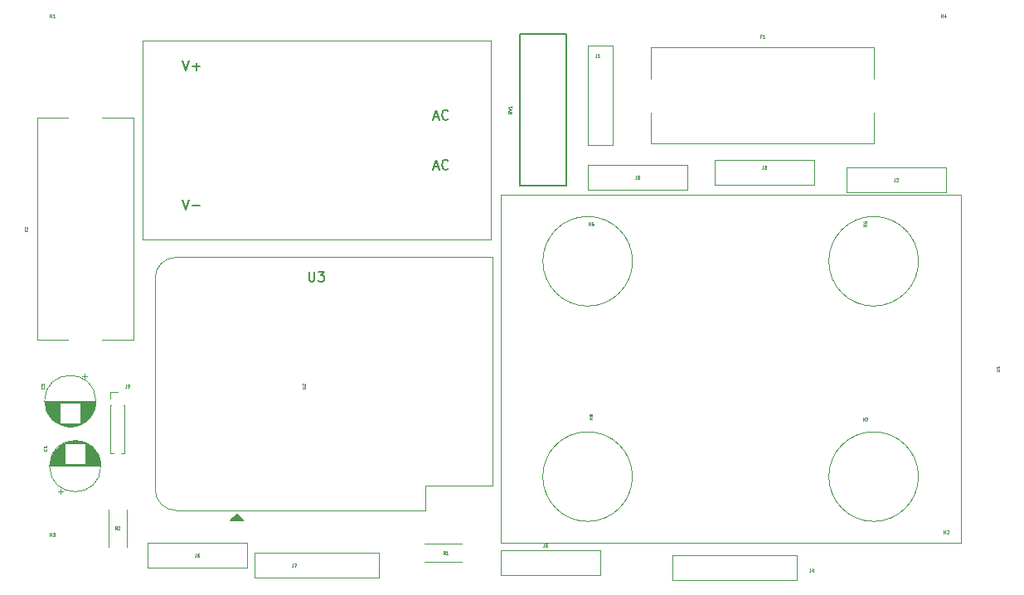
<source format=gbr>
G04 #@! TF.GenerationSoftware,KiCad,Pcbnew,5.1.5+dfsg1-2build2*
G04 #@! TF.CreationDate,2020-05-08T19:42:09+02:00*
G04 #@! TF.ProjectId,sm,736d2e6b-6963-4616-945f-706362585858,rev?*
G04 #@! TF.SameCoordinates,Original*
G04 #@! TF.FileFunction,Legend,Top*
G04 #@! TF.FilePolarity,Positive*
%FSLAX46Y46*%
G04 Gerber Fmt 4.6, Leading zero omitted, Abs format (unit mm)*
G04 Created by KiCad (PCBNEW 5.1.5+dfsg1-2build2) date 2020-05-08 19:42:09*
%MOMM*%
%LPD*%
G04 APERTURE LIST*
%ADD10C,0.120000*%
%ADD11C,0.150000*%
%ADD12C,0.075000*%
G04 APERTURE END LIST*
D10*
X135957000Y-98629000D02*
X136652000Y-98629000D01*
X135957000Y-99314000D02*
X135957000Y-98629000D01*
X137260276Y-99999000D02*
X137347000Y-99999000D01*
X135957000Y-99999000D02*
X136043724Y-99999000D01*
X137347000Y-99999000D02*
X137347000Y-104874000D01*
X135957000Y-99999000D02*
X135957000Y-104874000D01*
X137046493Y-104874000D02*
X137347000Y-104874000D01*
X135957000Y-104874000D02*
X136257507Y-104874000D01*
X139192000Y-83058000D02*
X139192000Y-72898000D01*
X174752000Y-83058000D02*
X139192000Y-83058000D01*
X174752000Y-62738000D02*
X174752000Y-83058000D01*
X139192000Y-62738000D02*
X174752000Y-62738000D01*
X139192000Y-72898000D02*
X139192000Y-62738000D01*
X140504000Y-86990000D02*
G75*
G02X142634000Y-84860000I2130000J0D01*
G01*
X142634000Y-110720000D02*
G75*
G02X140504000Y-108590000I0J2130000D01*
G01*
X168064000Y-108180000D02*
X174964000Y-108180000D01*
X168064000Y-110720000D02*
X168064000Y-108180000D01*
D11*
G36*
X148209000Y-111760000D02*
G01*
X149479000Y-111760000D01*
X148844000Y-111125000D01*
X148209000Y-111760000D01*
G37*
X148209000Y-111760000D02*
X149479000Y-111760000D01*
X148844000Y-111125000D01*
X148209000Y-111760000D01*
D10*
X140504000Y-86980000D02*
X140504000Y-108590000D01*
X174964000Y-84860000D02*
X142634000Y-84860000D01*
X168064000Y-110720000D02*
X142634000Y-110720000D01*
X174964000Y-108180000D02*
X174964000Y-84860000D01*
X175768000Y-78486000D02*
X175768000Y-114046000D01*
X222758000Y-78486000D02*
X175768000Y-78486000D01*
X222758000Y-114046000D02*
X222758000Y-78486000D01*
X175768000Y-114046000D02*
X222758000Y-114046000D01*
X218447050Y-85266000D02*
G75*
G03X218447050Y-85266000I-4579050J0D01*
G01*
X218447050Y-107266000D02*
G75*
G03X218447050Y-107266000I-4579050J0D01*
G01*
X189237050Y-107266000D02*
G75*
G03X189237050Y-107266000I-4579050J0D01*
G01*
X189247050Y-85266000D02*
G75*
G03X189247050Y-85266000I-4579050J0D01*
G01*
D11*
X182452000Y-62040000D02*
X177752000Y-62040000D01*
X182452000Y-77540000D02*
X177752000Y-77540000D01*
X182452000Y-62040000D02*
X182452000Y-77540000D01*
X177752000Y-62040000D02*
X177752000Y-77540000D01*
D10*
X137572000Y-114442000D02*
X137572000Y-110602000D01*
X135732000Y-114442000D02*
X135732000Y-110602000D01*
X171846000Y-114142000D02*
X168006000Y-114142000D01*
X171846000Y-115982000D02*
X168006000Y-115982000D01*
X194818000Y-77978000D02*
X184658000Y-77978000D01*
X194818000Y-75438000D02*
X194818000Y-77978000D01*
X184658000Y-75438000D02*
X194818000Y-75438000D01*
X184658000Y-77978000D02*
X184658000Y-75438000D01*
X163322000Y-115062000D02*
X150622000Y-115062000D01*
X163322000Y-117602000D02*
X163322000Y-115062000D01*
X150622000Y-117602000D02*
X163322000Y-117602000D01*
X150622000Y-115062000D02*
X150622000Y-117602000D01*
X139700000Y-114046000D02*
X149860000Y-114046000D01*
X139700000Y-116586000D02*
X139700000Y-114046000D01*
X149860000Y-116586000D02*
X139700000Y-116586000D01*
X149860000Y-114046000D02*
X149860000Y-116586000D01*
X175768000Y-114808000D02*
X185928000Y-114808000D01*
X175768000Y-117348000D02*
X175768000Y-114808000D01*
X185928000Y-117348000D02*
X175768000Y-117348000D01*
X185928000Y-114808000D02*
X185928000Y-117348000D01*
X205994000Y-115316000D02*
X193294000Y-115316000D01*
X205994000Y-117856000D02*
X205994000Y-115316000D01*
X193294000Y-117856000D02*
X205994000Y-117856000D01*
X193294000Y-115316000D02*
X193294000Y-117856000D01*
X197612000Y-74930000D02*
X207772000Y-74930000D01*
X197612000Y-77470000D02*
X197612000Y-74930000D01*
X207772000Y-77470000D02*
X197612000Y-77470000D01*
X207772000Y-74930000D02*
X207772000Y-77470000D01*
X211074000Y-75692000D02*
X221234000Y-75692000D01*
X211074000Y-78232000D02*
X211074000Y-75692000D01*
X221234000Y-78232000D02*
X211074000Y-78232000D01*
X221234000Y-75692000D02*
X221234000Y-78232000D01*
X184658000Y-73406000D02*
X184658000Y-63246000D01*
X187198000Y-73406000D02*
X184658000Y-73406000D01*
X187198000Y-63246000D02*
X187198000Y-73406000D01*
X184658000Y-63246000D02*
X187198000Y-63246000D01*
X138260000Y-93328000D02*
X135100000Y-93328000D01*
X138260000Y-93328000D02*
X138260000Y-70608000D01*
X128440000Y-93328000D02*
X128440000Y-70608000D01*
X131600000Y-93328000D02*
X128440000Y-93328000D01*
X131600000Y-70608000D02*
X128440000Y-70608000D01*
X138260000Y-70608000D02*
X135100000Y-70608000D01*
X191152000Y-73236000D02*
X191152000Y-70076000D01*
X191152000Y-73236000D02*
X213872000Y-73236000D01*
X191152000Y-63416000D02*
X213872000Y-63416000D01*
X191152000Y-66576000D02*
X191152000Y-63416000D01*
X213872000Y-66576000D02*
X213872000Y-63416000D01*
X213872000Y-73236000D02*
X213872000Y-70076000D01*
X133551000Y-96993225D02*
X133051000Y-96993225D01*
X133301000Y-96743225D02*
X133301000Y-97243225D01*
X132110000Y-102149000D02*
X131542000Y-102149000D01*
X132344000Y-102109000D02*
X131308000Y-102109000D01*
X132503000Y-102069000D02*
X131149000Y-102069000D01*
X132631000Y-102029000D02*
X131021000Y-102029000D01*
X132741000Y-101989000D02*
X130911000Y-101989000D01*
X132837000Y-101949000D02*
X130815000Y-101949000D01*
X132924000Y-101909000D02*
X130728000Y-101909000D01*
X133004000Y-101869000D02*
X130648000Y-101869000D01*
X130786000Y-101829000D02*
X130575000Y-101829000D01*
X133077000Y-101829000D02*
X132866000Y-101829000D01*
X130786000Y-101789000D02*
X130507000Y-101789000D01*
X133145000Y-101789000D02*
X132866000Y-101789000D01*
X130786000Y-101749000D02*
X130443000Y-101749000D01*
X133209000Y-101749000D02*
X132866000Y-101749000D01*
X130786000Y-101709000D02*
X130383000Y-101709000D01*
X133269000Y-101709000D02*
X132866000Y-101709000D01*
X130786000Y-101669000D02*
X130326000Y-101669000D01*
X133326000Y-101669000D02*
X132866000Y-101669000D01*
X130786000Y-101629000D02*
X130272000Y-101629000D01*
X133380000Y-101629000D02*
X132866000Y-101629000D01*
X130786000Y-101589000D02*
X130221000Y-101589000D01*
X133431000Y-101589000D02*
X132866000Y-101589000D01*
X130786000Y-101549000D02*
X130173000Y-101549000D01*
X133479000Y-101549000D02*
X132866000Y-101549000D01*
X130786000Y-101509000D02*
X130127000Y-101509000D01*
X133525000Y-101509000D02*
X132866000Y-101509000D01*
X130786000Y-101469000D02*
X130083000Y-101469000D01*
X133569000Y-101469000D02*
X132866000Y-101469000D01*
X130786000Y-101429000D02*
X130041000Y-101429000D01*
X133611000Y-101429000D02*
X132866000Y-101429000D01*
X130786000Y-101389000D02*
X130000000Y-101389000D01*
X133652000Y-101389000D02*
X132866000Y-101389000D01*
X130786000Y-101349000D02*
X129962000Y-101349000D01*
X133690000Y-101349000D02*
X132866000Y-101349000D01*
X130786000Y-101309000D02*
X129925000Y-101309000D01*
X133727000Y-101309000D02*
X132866000Y-101309000D01*
X130786000Y-101269000D02*
X129889000Y-101269000D01*
X133763000Y-101269000D02*
X132866000Y-101269000D01*
X130786000Y-101229000D02*
X129855000Y-101229000D01*
X133797000Y-101229000D02*
X132866000Y-101229000D01*
X130786000Y-101189000D02*
X129822000Y-101189000D01*
X133830000Y-101189000D02*
X132866000Y-101189000D01*
X130786000Y-101149000D02*
X129791000Y-101149000D01*
X133861000Y-101149000D02*
X132866000Y-101149000D01*
X130786000Y-101109000D02*
X129761000Y-101109000D01*
X133891000Y-101109000D02*
X132866000Y-101109000D01*
X130786000Y-101069000D02*
X129731000Y-101069000D01*
X133921000Y-101069000D02*
X132866000Y-101069000D01*
X130786000Y-101029000D02*
X129704000Y-101029000D01*
X133948000Y-101029000D02*
X132866000Y-101029000D01*
X130786000Y-100989000D02*
X129677000Y-100989000D01*
X133975000Y-100989000D02*
X132866000Y-100989000D01*
X130786000Y-100949000D02*
X129651000Y-100949000D01*
X134001000Y-100949000D02*
X132866000Y-100949000D01*
X130786000Y-100909000D02*
X129626000Y-100909000D01*
X134026000Y-100909000D02*
X132866000Y-100909000D01*
X130786000Y-100869000D02*
X129602000Y-100869000D01*
X134050000Y-100869000D02*
X132866000Y-100869000D01*
X130786000Y-100829000D02*
X129579000Y-100829000D01*
X134073000Y-100829000D02*
X132866000Y-100829000D01*
X130786000Y-100789000D02*
X129558000Y-100789000D01*
X134094000Y-100789000D02*
X132866000Y-100789000D01*
X130786000Y-100749000D02*
X129536000Y-100749000D01*
X134116000Y-100749000D02*
X132866000Y-100749000D01*
X130786000Y-100709000D02*
X129516000Y-100709000D01*
X134136000Y-100709000D02*
X132866000Y-100709000D01*
X130786000Y-100669000D02*
X129497000Y-100669000D01*
X134155000Y-100669000D02*
X132866000Y-100669000D01*
X130786000Y-100629000D02*
X129478000Y-100629000D01*
X134174000Y-100629000D02*
X132866000Y-100629000D01*
X130786000Y-100589000D02*
X129461000Y-100589000D01*
X134191000Y-100589000D02*
X132866000Y-100589000D01*
X130786000Y-100549000D02*
X129444000Y-100549000D01*
X134208000Y-100549000D02*
X132866000Y-100549000D01*
X130786000Y-100509000D02*
X129428000Y-100509000D01*
X134224000Y-100509000D02*
X132866000Y-100509000D01*
X130786000Y-100469000D02*
X129412000Y-100469000D01*
X134240000Y-100469000D02*
X132866000Y-100469000D01*
X130786000Y-100429000D02*
X129398000Y-100429000D01*
X134254000Y-100429000D02*
X132866000Y-100429000D01*
X130786000Y-100389000D02*
X129384000Y-100389000D01*
X134268000Y-100389000D02*
X132866000Y-100389000D01*
X130786000Y-100349000D02*
X129371000Y-100349000D01*
X134281000Y-100349000D02*
X132866000Y-100349000D01*
X130786000Y-100309000D02*
X129358000Y-100309000D01*
X134294000Y-100309000D02*
X132866000Y-100309000D01*
X130786000Y-100269000D02*
X129346000Y-100269000D01*
X134306000Y-100269000D02*
X132866000Y-100269000D01*
X130786000Y-100228000D02*
X129335000Y-100228000D01*
X134317000Y-100228000D02*
X132866000Y-100228000D01*
X130786000Y-100188000D02*
X129325000Y-100188000D01*
X134327000Y-100188000D02*
X132866000Y-100188000D01*
X130786000Y-100148000D02*
X129315000Y-100148000D01*
X134337000Y-100148000D02*
X132866000Y-100148000D01*
X130786000Y-100108000D02*
X129306000Y-100108000D01*
X134346000Y-100108000D02*
X132866000Y-100108000D01*
X130786000Y-100068000D02*
X129298000Y-100068000D01*
X134354000Y-100068000D02*
X132866000Y-100068000D01*
X130786000Y-100028000D02*
X129290000Y-100028000D01*
X134362000Y-100028000D02*
X132866000Y-100028000D01*
X130786000Y-99988000D02*
X129283000Y-99988000D01*
X134369000Y-99988000D02*
X132866000Y-99988000D01*
X130786000Y-99948000D02*
X129276000Y-99948000D01*
X134376000Y-99948000D02*
X132866000Y-99948000D01*
X130786000Y-99908000D02*
X129270000Y-99908000D01*
X134382000Y-99908000D02*
X132866000Y-99908000D01*
X130786000Y-99868000D02*
X129265000Y-99868000D01*
X134387000Y-99868000D02*
X132866000Y-99868000D01*
X130786000Y-99828000D02*
X129261000Y-99828000D01*
X134391000Y-99828000D02*
X132866000Y-99828000D01*
X130786000Y-99788000D02*
X129257000Y-99788000D01*
X134395000Y-99788000D02*
X132866000Y-99788000D01*
X134399000Y-99748000D02*
X129253000Y-99748000D01*
X134402000Y-99708000D02*
X129250000Y-99708000D01*
X134404000Y-99668000D02*
X129248000Y-99668000D01*
X134405000Y-99628000D02*
X129247000Y-99628000D01*
X134406000Y-99588000D02*
X129246000Y-99588000D01*
X134406000Y-99548000D02*
X129246000Y-99548000D01*
X134446000Y-99548000D02*
G75*
G03X134446000Y-99548000I-2620000J0D01*
G01*
X130609000Y-108746775D02*
X131109000Y-108746775D01*
X130859000Y-108996775D02*
X130859000Y-108496775D01*
X132050000Y-103591000D02*
X132618000Y-103591000D01*
X131816000Y-103631000D02*
X132852000Y-103631000D01*
X131657000Y-103671000D02*
X133011000Y-103671000D01*
X131529000Y-103711000D02*
X133139000Y-103711000D01*
X131419000Y-103751000D02*
X133249000Y-103751000D01*
X131323000Y-103791000D02*
X133345000Y-103791000D01*
X131236000Y-103831000D02*
X133432000Y-103831000D01*
X131156000Y-103871000D02*
X133512000Y-103871000D01*
X133374000Y-103911000D02*
X133585000Y-103911000D01*
X131083000Y-103911000D02*
X131294000Y-103911000D01*
X133374000Y-103951000D02*
X133653000Y-103951000D01*
X131015000Y-103951000D02*
X131294000Y-103951000D01*
X133374000Y-103991000D02*
X133717000Y-103991000D01*
X130951000Y-103991000D02*
X131294000Y-103991000D01*
X133374000Y-104031000D02*
X133777000Y-104031000D01*
X130891000Y-104031000D02*
X131294000Y-104031000D01*
X133374000Y-104071000D02*
X133834000Y-104071000D01*
X130834000Y-104071000D02*
X131294000Y-104071000D01*
X133374000Y-104111000D02*
X133888000Y-104111000D01*
X130780000Y-104111000D02*
X131294000Y-104111000D01*
X133374000Y-104151000D02*
X133939000Y-104151000D01*
X130729000Y-104151000D02*
X131294000Y-104151000D01*
X133374000Y-104191000D02*
X133987000Y-104191000D01*
X130681000Y-104191000D02*
X131294000Y-104191000D01*
X133374000Y-104231000D02*
X134033000Y-104231000D01*
X130635000Y-104231000D02*
X131294000Y-104231000D01*
X133374000Y-104271000D02*
X134077000Y-104271000D01*
X130591000Y-104271000D02*
X131294000Y-104271000D01*
X133374000Y-104311000D02*
X134119000Y-104311000D01*
X130549000Y-104311000D02*
X131294000Y-104311000D01*
X133374000Y-104351000D02*
X134160000Y-104351000D01*
X130508000Y-104351000D02*
X131294000Y-104351000D01*
X133374000Y-104391000D02*
X134198000Y-104391000D01*
X130470000Y-104391000D02*
X131294000Y-104391000D01*
X133374000Y-104431000D02*
X134235000Y-104431000D01*
X130433000Y-104431000D02*
X131294000Y-104431000D01*
X133374000Y-104471000D02*
X134271000Y-104471000D01*
X130397000Y-104471000D02*
X131294000Y-104471000D01*
X133374000Y-104511000D02*
X134305000Y-104511000D01*
X130363000Y-104511000D02*
X131294000Y-104511000D01*
X133374000Y-104551000D02*
X134338000Y-104551000D01*
X130330000Y-104551000D02*
X131294000Y-104551000D01*
X133374000Y-104591000D02*
X134369000Y-104591000D01*
X130299000Y-104591000D02*
X131294000Y-104591000D01*
X133374000Y-104631000D02*
X134399000Y-104631000D01*
X130269000Y-104631000D02*
X131294000Y-104631000D01*
X133374000Y-104671000D02*
X134429000Y-104671000D01*
X130239000Y-104671000D02*
X131294000Y-104671000D01*
X133374000Y-104711000D02*
X134456000Y-104711000D01*
X130212000Y-104711000D02*
X131294000Y-104711000D01*
X133374000Y-104751000D02*
X134483000Y-104751000D01*
X130185000Y-104751000D02*
X131294000Y-104751000D01*
X133374000Y-104791000D02*
X134509000Y-104791000D01*
X130159000Y-104791000D02*
X131294000Y-104791000D01*
X133374000Y-104831000D02*
X134534000Y-104831000D01*
X130134000Y-104831000D02*
X131294000Y-104831000D01*
X133374000Y-104871000D02*
X134558000Y-104871000D01*
X130110000Y-104871000D02*
X131294000Y-104871000D01*
X133374000Y-104911000D02*
X134581000Y-104911000D01*
X130087000Y-104911000D02*
X131294000Y-104911000D01*
X133374000Y-104951000D02*
X134602000Y-104951000D01*
X130066000Y-104951000D02*
X131294000Y-104951000D01*
X133374000Y-104991000D02*
X134624000Y-104991000D01*
X130044000Y-104991000D02*
X131294000Y-104991000D01*
X133374000Y-105031000D02*
X134644000Y-105031000D01*
X130024000Y-105031000D02*
X131294000Y-105031000D01*
X133374000Y-105071000D02*
X134663000Y-105071000D01*
X130005000Y-105071000D02*
X131294000Y-105071000D01*
X133374000Y-105111000D02*
X134682000Y-105111000D01*
X129986000Y-105111000D02*
X131294000Y-105111000D01*
X133374000Y-105151000D02*
X134699000Y-105151000D01*
X129969000Y-105151000D02*
X131294000Y-105151000D01*
X133374000Y-105191000D02*
X134716000Y-105191000D01*
X129952000Y-105191000D02*
X131294000Y-105191000D01*
X133374000Y-105231000D02*
X134732000Y-105231000D01*
X129936000Y-105231000D02*
X131294000Y-105231000D01*
X133374000Y-105271000D02*
X134748000Y-105271000D01*
X129920000Y-105271000D02*
X131294000Y-105271000D01*
X133374000Y-105311000D02*
X134762000Y-105311000D01*
X129906000Y-105311000D02*
X131294000Y-105311000D01*
X133374000Y-105351000D02*
X134776000Y-105351000D01*
X129892000Y-105351000D02*
X131294000Y-105351000D01*
X133374000Y-105391000D02*
X134789000Y-105391000D01*
X129879000Y-105391000D02*
X131294000Y-105391000D01*
X133374000Y-105431000D02*
X134802000Y-105431000D01*
X129866000Y-105431000D02*
X131294000Y-105431000D01*
X133374000Y-105471000D02*
X134814000Y-105471000D01*
X129854000Y-105471000D02*
X131294000Y-105471000D01*
X133374000Y-105512000D02*
X134825000Y-105512000D01*
X129843000Y-105512000D02*
X131294000Y-105512000D01*
X133374000Y-105552000D02*
X134835000Y-105552000D01*
X129833000Y-105552000D02*
X131294000Y-105552000D01*
X133374000Y-105592000D02*
X134845000Y-105592000D01*
X129823000Y-105592000D02*
X131294000Y-105592000D01*
X133374000Y-105632000D02*
X134854000Y-105632000D01*
X129814000Y-105632000D02*
X131294000Y-105632000D01*
X133374000Y-105672000D02*
X134862000Y-105672000D01*
X129806000Y-105672000D02*
X131294000Y-105672000D01*
X133374000Y-105712000D02*
X134870000Y-105712000D01*
X129798000Y-105712000D02*
X131294000Y-105712000D01*
X133374000Y-105752000D02*
X134877000Y-105752000D01*
X129791000Y-105752000D02*
X131294000Y-105752000D01*
X133374000Y-105792000D02*
X134884000Y-105792000D01*
X129784000Y-105792000D02*
X131294000Y-105792000D01*
X133374000Y-105832000D02*
X134890000Y-105832000D01*
X129778000Y-105832000D02*
X131294000Y-105832000D01*
X133374000Y-105872000D02*
X134895000Y-105872000D01*
X129773000Y-105872000D02*
X131294000Y-105872000D01*
X133374000Y-105912000D02*
X134899000Y-105912000D01*
X129769000Y-105912000D02*
X131294000Y-105912000D01*
X133374000Y-105952000D02*
X134903000Y-105952000D01*
X129765000Y-105952000D02*
X131294000Y-105952000D01*
X129761000Y-105992000D02*
X134907000Y-105992000D01*
X129758000Y-106032000D02*
X134910000Y-106032000D01*
X129756000Y-106072000D02*
X134912000Y-106072000D01*
X129755000Y-106112000D02*
X134913000Y-106112000D01*
X129754000Y-106152000D02*
X134914000Y-106152000D01*
X129754000Y-106192000D02*
X134914000Y-106192000D01*
X134954000Y-106192000D02*
G75*
G03X134954000Y-106192000I-2620000J0D01*
G01*
D12*
X185135714Y-101418571D02*
X184835714Y-101418571D01*
X184978571Y-101418571D02*
X184978571Y-101247142D01*
X185135714Y-101247142D02*
X184835714Y-101247142D01*
X184964285Y-101061428D02*
X184950000Y-101090000D01*
X184935714Y-101104285D01*
X184907142Y-101118571D01*
X184892857Y-101118571D01*
X184864285Y-101104285D01*
X184850000Y-101090000D01*
X184835714Y-101061428D01*
X184835714Y-101004285D01*
X184850000Y-100975714D01*
X184864285Y-100961428D01*
X184892857Y-100947142D01*
X184907142Y-100947142D01*
X184935714Y-100961428D01*
X184950000Y-100975714D01*
X184964285Y-101004285D01*
X184964285Y-101061428D01*
X184978571Y-101090000D01*
X184992857Y-101104285D01*
X185021428Y-101118571D01*
X185078571Y-101118571D01*
X185107142Y-101104285D01*
X185121428Y-101090000D01*
X185135714Y-101061428D01*
X185135714Y-101004285D01*
X185121428Y-100975714D01*
X185107142Y-100961428D01*
X185078571Y-100947142D01*
X185021428Y-100947142D01*
X184992857Y-100961428D01*
X184978571Y-100975714D01*
X184964285Y-101004285D01*
X212771428Y-101579714D02*
X212771428Y-101279714D01*
X212771428Y-101422571D02*
X212942857Y-101422571D01*
X212942857Y-101579714D02*
X212942857Y-101279714D01*
X213057142Y-101279714D02*
X213257142Y-101279714D01*
X213128571Y-101579714D01*
X213135714Y-81672571D02*
X212835714Y-81672571D01*
X212978571Y-81672571D02*
X212978571Y-81501142D01*
X213135714Y-81501142D02*
X212835714Y-81501142D01*
X212835714Y-81229714D02*
X212835714Y-81286857D01*
X212850000Y-81315428D01*
X212864285Y-81329714D01*
X212907142Y-81358285D01*
X212964285Y-81372571D01*
X213078571Y-81372571D01*
X213107142Y-81358285D01*
X213121428Y-81344000D01*
X213135714Y-81315428D01*
X213135714Y-81258285D01*
X213121428Y-81229714D01*
X213107142Y-81215428D01*
X213078571Y-81201142D01*
X213007142Y-81201142D01*
X212978571Y-81215428D01*
X212964285Y-81229714D01*
X212950000Y-81258285D01*
X212950000Y-81315428D01*
X212964285Y-81344000D01*
X212978571Y-81358285D01*
X213007142Y-81372571D01*
X184771428Y-81579714D02*
X184771428Y-81279714D01*
X184771428Y-81422571D02*
X184942857Y-81422571D01*
X184942857Y-81579714D02*
X184942857Y-81279714D01*
X185228571Y-81279714D02*
X185085714Y-81279714D01*
X185071428Y-81422571D01*
X185085714Y-81408285D01*
X185114285Y-81394000D01*
X185185714Y-81394000D01*
X185214285Y-81408285D01*
X185228571Y-81422571D01*
X185242857Y-81451142D01*
X185242857Y-81522571D01*
X185228571Y-81551142D01*
X185214285Y-81565428D01*
X185185714Y-81579714D01*
X185114285Y-81579714D01*
X185085714Y-81565428D01*
X185071428Y-81551142D01*
X137568000Y-97879714D02*
X137568000Y-98094000D01*
X137553714Y-98136857D01*
X137525142Y-98165428D01*
X137482285Y-98179714D01*
X137453714Y-98179714D01*
X137725142Y-98179714D02*
X137782285Y-98179714D01*
X137810857Y-98165428D01*
X137825142Y-98151142D01*
X137853714Y-98108285D01*
X137868000Y-98051142D01*
X137868000Y-97936857D01*
X137853714Y-97908285D01*
X137839428Y-97894000D01*
X137810857Y-97879714D01*
X137753714Y-97879714D01*
X137725142Y-97894000D01*
X137710857Y-97908285D01*
X137696571Y-97936857D01*
X137696571Y-98008285D01*
X137710857Y-98036857D01*
X137725142Y-98051142D01*
X137753714Y-98065428D01*
X137810857Y-98065428D01*
X137839428Y-98051142D01*
X137853714Y-98036857D01*
X137868000Y-98008285D01*
D11*
X156210095Y-86320380D02*
X156210095Y-87129904D01*
X156257714Y-87225142D01*
X156305333Y-87272761D01*
X156400571Y-87320380D01*
X156591047Y-87320380D01*
X156686285Y-87272761D01*
X156733904Y-87225142D01*
X156781523Y-87129904D01*
X156781523Y-86320380D01*
X157162476Y-86320380D02*
X157781523Y-86320380D01*
X157448190Y-86701333D01*
X157591047Y-86701333D01*
X157686285Y-86748952D01*
X157733904Y-86796571D01*
X157781523Y-86891809D01*
X157781523Y-87129904D01*
X157733904Y-87225142D01*
X157686285Y-87272761D01*
X157591047Y-87320380D01*
X157305333Y-87320380D01*
X157210095Y-87272761D01*
X157162476Y-87225142D01*
X168933904Y-75604666D02*
X169410095Y-75604666D01*
X168838666Y-75890380D02*
X169172000Y-74890380D01*
X169505333Y-75890380D01*
X170410095Y-75795142D02*
X170362476Y-75842761D01*
X170219619Y-75890380D01*
X170124380Y-75890380D01*
X169981523Y-75842761D01*
X169886285Y-75747523D01*
X169838666Y-75652285D01*
X169791047Y-75461809D01*
X169791047Y-75318952D01*
X169838666Y-75128476D01*
X169886285Y-75033238D01*
X169981523Y-74938000D01*
X170124380Y-74890380D01*
X170219619Y-74890380D01*
X170362476Y-74938000D01*
X170410095Y-74985619D01*
X168933904Y-70524666D02*
X169410095Y-70524666D01*
X168838666Y-70810380D02*
X169172000Y-69810380D01*
X169505333Y-70810380D01*
X170410095Y-70715142D02*
X170362476Y-70762761D01*
X170219619Y-70810380D01*
X170124380Y-70810380D01*
X169981523Y-70762761D01*
X169886285Y-70667523D01*
X169838666Y-70572285D01*
X169791047Y-70381809D01*
X169791047Y-70238952D01*
X169838666Y-70048476D01*
X169886285Y-69953238D01*
X169981523Y-69858000D01*
X170124380Y-69810380D01*
X170219619Y-69810380D01*
X170362476Y-69858000D01*
X170410095Y-69905619D01*
X143319619Y-78954380D02*
X143652952Y-79954380D01*
X143986285Y-78954380D01*
X144319619Y-79573428D02*
X145081523Y-79573428D01*
X143319619Y-64730380D02*
X143652952Y-65730380D01*
X143986285Y-64730380D01*
X144319619Y-65349428D02*
X145081523Y-65349428D01*
X144700571Y-65730380D02*
X144700571Y-64968476D01*
D12*
X155537714Y-98272571D02*
X155780571Y-98272571D01*
X155809142Y-98258285D01*
X155823428Y-98244000D01*
X155837714Y-98215428D01*
X155837714Y-98158285D01*
X155823428Y-98129714D01*
X155809142Y-98115428D01*
X155780571Y-98101142D01*
X155537714Y-98101142D01*
X155566285Y-97972571D02*
X155552000Y-97958285D01*
X155537714Y-97929714D01*
X155537714Y-97858285D01*
X155552000Y-97829714D01*
X155566285Y-97815428D01*
X155594857Y-97801142D01*
X155623428Y-97801142D01*
X155666285Y-97815428D01*
X155837714Y-97986857D01*
X155837714Y-97801142D01*
X226403714Y-96494571D02*
X226646571Y-96494571D01*
X226675142Y-96480285D01*
X226689428Y-96466000D01*
X226703714Y-96437428D01*
X226703714Y-96380285D01*
X226689428Y-96351714D01*
X226675142Y-96337428D01*
X226646571Y-96323142D01*
X226403714Y-96323142D01*
X226703714Y-96023142D02*
X226703714Y-96194571D01*
X226703714Y-96108857D02*
X226403714Y-96108857D01*
X226446571Y-96137428D01*
X226475142Y-96166000D01*
X226489428Y-96194571D01*
X176887714Y-69968571D02*
X176744857Y-70068571D01*
X176887714Y-70140000D02*
X176587714Y-70140000D01*
X176587714Y-70025714D01*
X176602000Y-69997142D01*
X176616285Y-69982857D01*
X176644857Y-69968571D01*
X176687714Y-69968571D01*
X176716285Y-69982857D01*
X176730571Y-69997142D01*
X176744857Y-70025714D01*
X176744857Y-70140000D01*
X176587714Y-69882857D02*
X176887714Y-69782857D01*
X176587714Y-69682857D01*
X176887714Y-69425714D02*
X176887714Y-69597142D01*
X176887714Y-69511428D02*
X176587714Y-69511428D01*
X176630571Y-69540000D01*
X176659142Y-69568571D01*
X176673428Y-69597142D01*
X136602000Y-112657714D02*
X136502000Y-112514857D01*
X136430571Y-112657714D02*
X136430571Y-112357714D01*
X136544857Y-112357714D01*
X136573428Y-112372000D01*
X136587714Y-112386285D01*
X136602000Y-112414857D01*
X136602000Y-112457714D01*
X136587714Y-112486285D01*
X136573428Y-112500571D01*
X136544857Y-112514857D01*
X136430571Y-112514857D01*
X136716285Y-112386285D02*
X136730571Y-112372000D01*
X136759142Y-112357714D01*
X136830571Y-112357714D01*
X136859142Y-112372000D01*
X136873428Y-112386285D01*
X136887714Y-112414857D01*
X136887714Y-112443428D01*
X136873428Y-112486285D01*
X136702000Y-112657714D01*
X136887714Y-112657714D01*
X170130000Y-115197714D02*
X170030000Y-115054857D01*
X169958571Y-115197714D02*
X169958571Y-114897714D01*
X170072857Y-114897714D01*
X170101428Y-114912000D01*
X170115714Y-114926285D01*
X170130000Y-114954857D01*
X170130000Y-114997714D01*
X170115714Y-115026285D01*
X170101428Y-115040571D01*
X170072857Y-115054857D01*
X169958571Y-115054857D01*
X170415714Y-115197714D02*
X170244285Y-115197714D01*
X170330000Y-115197714D02*
X170330000Y-114897714D01*
X170301428Y-114940571D01*
X170272857Y-114969142D01*
X170244285Y-114983428D01*
X189638000Y-76543714D02*
X189638000Y-76758000D01*
X189623714Y-76800857D01*
X189595142Y-76829428D01*
X189552285Y-76843714D01*
X189523714Y-76843714D01*
X189823714Y-76672285D02*
X189795142Y-76658000D01*
X189780857Y-76643714D01*
X189766571Y-76615142D01*
X189766571Y-76600857D01*
X189780857Y-76572285D01*
X189795142Y-76558000D01*
X189823714Y-76543714D01*
X189880857Y-76543714D01*
X189909428Y-76558000D01*
X189923714Y-76572285D01*
X189938000Y-76600857D01*
X189938000Y-76615142D01*
X189923714Y-76643714D01*
X189909428Y-76658000D01*
X189880857Y-76672285D01*
X189823714Y-76672285D01*
X189795142Y-76686571D01*
X189780857Y-76700857D01*
X189766571Y-76729428D01*
X189766571Y-76786571D01*
X189780857Y-76815142D01*
X189795142Y-76829428D01*
X189823714Y-76843714D01*
X189880857Y-76843714D01*
X189909428Y-76829428D01*
X189923714Y-76815142D01*
X189938000Y-76786571D01*
X189938000Y-76729428D01*
X189923714Y-76700857D01*
X189909428Y-76686571D01*
X189880857Y-76672285D01*
X154586000Y-116167714D02*
X154586000Y-116382000D01*
X154571714Y-116424857D01*
X154543142Y-116453428D01*
X154500285Y-116467714D01*
X154471714Y-116467714D01*
X154700285Y-116167714D02*
X154900285Y-116167714D01*
X154771714Y-116467714D01*
X144680000Y-115151714D02*
X144680000Y-115366000D01*
X144665714Y-115408857D01*
X144637142Y-115437428D01*
X144594285Y-115451714D01*
X144565714Y-115451714D01*
X144951428Y-115151714D02*
X144894285Y-115151714D01*
X144865714Y-115166000D01*
X144851428Y-115180285D01*
X144822857Y-115223142D01*
X144808571Y-115280285D01*
X144808571Y-115394571D01*
X144822857Y-115423142D01*
X144837142Y-115437428D01*
X144865714Y-115451714D01*
X144922857Y-115451714D01*
X144951428Y-115437428D01*
X144965714Y-115423142D01*
X144980000Y-115394571D01*
X144980000Y-115323142D01*
X144965714Y-115294571D01*
X144951428Y-115280285D01*
X144922857Y-115266000D01*
X144865714Y-115266000D01*
X144837142Y-115280285D01*
X144822857Y-115294571D01*
X144808571Y-115323142D01*
X180240000Y-114135714D02*
X180240000Y-114350000D01*
X180225714Y-114392857D01*
X180197142Y-114421428D01*
X180154285Y-114435714D01*
X180125714Y-114435714D01*
X180525714Y-114135714D02*
X180382857Y-114135714D01*
X180368571Y-114278571D01*
X180382857Y-114264285D01*
X180411428Y-114250000D01*
X180482857Y-114250000D01*
X180511428Y-114264285D01*
X180525714Y-114278571D01*
X180540000Y-114307142D01*
X180540000Y-114378571D01*
X180525714Y-114407142D01*
X180511428Y-114421428D01*
X180482857Y-114435714D01*
X180411428Y-114435714D01*
X180382857Y-114421428D01*
X180368571Y-114407142D01*
X207418000Y-116675714D02*
X207418000Y-116890000D01*
X207403714Y-116932857D01*
X207375142Y-116961428D01*
X207332285Y-116975714D01*
X207303714Y-116975714D01*
X207689428Y-116775714D02*
X207689428Y-116975714D01*
X207618000Y-116661428D02*
X207546571Y-116875714D01*
X207732285Y-116875714D01*
X202592000Y-75527714D02*
X202592000Y-75742000D01*
X202577714Y-75784857D01*
X202549142Y-75813428D01*
X202506285Y-75827714D01*
X202477714Y-75827714D01*
X202706285Y-75527714D02*
X202892000Y-75527714D01*
X202792000Y-75642000D01*
X202834857Y-75642000D01*
X202863428Y-75656285D01*
X202877714Y-75670571D01*
X202892000Y-75699142D01*
X202892000Y-75770571D01*
X202877714Y-75799142D01*
X202863428Y-75813428D01*
X202834857Y-75827714D01*
X202749142Y-75827714D01*
X202720571Y-75813428D01*
X202706285Y-75799142D01*
X216054000Y-76797714D02*
X216054000Y-77012000D01*
X216039714Y-77054857D01*
X216011142Y-77083428D01*
X215968285Y-77097714D01*
X215939714Y-77097714D01*
X216182571Y-76826285D02*
X216196857Y-76812000D01*
X216225428Y-76797714D01*
X216296857Y-76797714D01*
X216325428Y-76812000D01*
X216339714Y-76826285D01*
X216354000Y-76854857D01*
X216354000Y-76883428D01*
X216339714Y-76926285D01*
X216168285Y-77097714D01*
X216354000Y-77097714D01*
X185574000Y-64097714D02*
X185574000Y-64312000D01*
X185559714Y-64354857D01*
X185531142Y-64383428D01*
X185488285Y-64397714D01*
X185459714Y-64397714D01*
X185874000Y-64397714D02*
X185702571Y-64397714D01*
X185788285Y-64397714D02*
X185788285Y-64097714D01*
X185759714Y-64140571D01*
X185731142Y-64169142D01*
X185702571Y-64183428D01*
X127328571Y-82068000D02*
X127328571Y-82168000D01*
X127485714Y-82168000D02*
X127185714Y-82168000D01*
X127185714Y-82025142D01*
X127214285Y-81925142D02*
X127200000Y-81910857D01*
X127185714Y-81882285D01*
X127185714Y-81810857D01*
X127200000Y-81782285D01*
X127214285Y-81768000D01*
X127242857Y-81753714D01*
X127271428Y-81753714D01*
X127314285Y-81768000D01*
X127485714Y-81939428D01*
X127485714Y-81753714D01*
X202412000Y-62304571D02*
X202312000Y-62304571D01*
X202312000Y-62461714D02*
X202312000Y-62161714D01*
X202454857Y-62161714D01*
X202726285Y-62461714D02*
X202554857Y-62461714D01*
X202640571Y-62461714D02*
X202640571Y-62161714D01*
X202612000Y-62204571D01*
X202583428Y-62233142D01*
X202554857Y-62247428D01*
X129139142Y-98094000D02*
X129153428Y-98108285D01*
X129167714Y-98151142D01*
X129167714Y-98179714D01*
X129153428Y-98222571D01*
X129124857Y-98251142D01*
X129096285Y-98265428D01*
X129039142Y-98279714D01*
X128996285Y-98279714D01*
X128939142Y-98265428D01*
X128910571Y-98251142D01*
X128882000Y-98222571D01*
X128867714Y-98179714D01*
X128867714Y-98151142D01*
X128882000Y-98108285D01*
X128896285Y-98094000D01*
X128867714Y-97994000D02*
X128867714Y-97808285D01*
X128982000Y-97908285D01*
X128982000Y-97865428D01*
X128996285Y-97836857D01*
X129010571Y-97822571D01*
X129039142Y-97808285D01*
X129110571Y-97808285D01*
X129139142Y-97822571D01*
X129153428Y-97836857D01*
X129167714Y-97865428D01*
X129167714Y-97951142D01*
X129153428Y-97979714D01*
X129139142Y-97994000D01*
X129393142Y-104444000D02*
X129407428Y-104458285D01*
X129421714Y-104501142D01*
X129421714Y-104529714D01*
X129407428Y-104572571D01*
X129378857Y-104601142D01*
X129350285Y-104615428D01*
X129293142Y-104629714D01*
X129250285Y-104629714D01*
X129193142Y-104615428D01*
X129164571Y-104601142D01*
X129136000Y-104572571D01*
X129121714Y-104529714D01*
X129121714Y-104501142D01*
X129136000Y-104458285D01*
X129150285Y-104444000D01*
X129421714Y-104158285D02*
X129421714Y-104329714D01*
X129421714Y-104244000D02*
X129121714Y-104244000D01*
X129164571Y-104272571D01*
X129193142Y-104301142D01*
X129207428Y-104329714D01*
X220771428Y-60335714D02*
X220771428Y-60035714D01*
X220771428Y-60178571D02*
X220942857Y-60178571D01*
X220942857Y-60335714D02*
X220942857Y-60035714D01*
X221214285Y-60135714D02*
X221214285Y-60335714D01*
X221142857Y-60021428D02*
X221071428Y-60235714D01*
X221257142Y-60235714D01*
X129771428Y-113335714D02*
X129771428Y-113035714D01*
X129771428Y-113178571D02*
X129942857Y-113178571D01*
X129942857Y-113335714D02*
X129942857Y-113035714D01*
X130057142Y-113035714D02*
X130242857Y-113035714D01*
X130142857Y-113150000D01*
X130185714Y-113150000D01*
X130214285Y-113164285D01*
X130228571Y-113178571D01*
X130242857Y-113207142D01*
X130242857Y-113278571D01*
X130228571Y-113307142D01*
X130214285Y-113321428D01*
X130185714Y-113335714D01*
X130100000Y-113335714D01*
X130071428Y-113321428D01*
X130057142Y-113307142D01*
X221025428Y-113071714D02*
X221025428Y-112771714D01*
X221025428Y-112914571D02*
X221196857Y-112914571D01*
X221196857Y-113071714D02*
X221196857Y-112771714D01*
X221325428Y-112800285D02*
X221339714Y-112786000D01*
X221368285Y-112771714D01*
X221439714Y-112771714D01*
X221468285Y-112786000D01*
X221482571Y-112800285D01*
X221496857Y-112828857D01*
X221496857Y-112857428D01*
X221482571Y-112900285D01*
X221311142Y-113071714D01*
X221496857Y-113071714D01*
X129771428Y-60335714D02*
X129771428Y-60035714D01*
X129771428Y-60178571D02*
X129942857Y-60178571D01*
X129942857Y-60335714D02*
X129942857Y-60035714D01*
X130242857Y-60335714D02*
X130071428Y-60335714D01*
X130157142Y-60335714D02*
X130157142Y-60035714D01*
X130128571Y-60078571D01*
X130100000Y-60107142D01*
X130071428Y-60121428D01*
M02*

</source>
